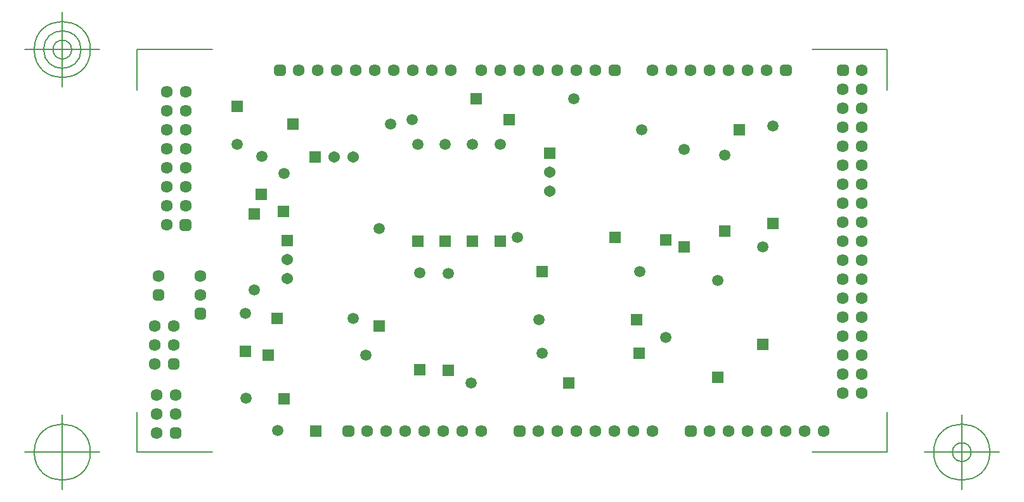
<source format=gbr>
G04 Generated by Ultiboard 14.0 *
%FSLAX34Y34*%
%MOMM*%

%ADD10C,0.0001*%
%ADD11C,0.1270*%
%ADD12C,1.6088*%
%ADD13R,0.5291X0.5291*%
%ADD14C,0.9949*%
%ADD15C,1.5000*%
%ADD16R,1.5000X1.5000*%
%ADD17C,1.5366*%
%ADD18R,1.5366X1.5366*%


G04 ColorRGB FF00CC for the following layer *
%LNSolder Mask Top*%
%LPD*%
G54D10*
G54D11*
X-2540Y-2540D02*
X-2540Y51308D01*
X-2540Y-2540D02*
X97568Y-2540D01*
X998540Y-2540D02*
X898432Y-2540D01*
X998540Y-2540D02*
X998540Y51308D01*
X998540Y535940D02*
X998540Y482092D01*
X998540Y535940D02*
X898432Y535940D01*
X-2540Y535940D02*
X97568Y535940D01*
X-2540Y535940D02*
X-2540Y482092D01*
X-52540Y-2540D02*
X-152540Y-2540D01*
X-102540Y-52540D02*
X-102540Y47460D01*
X-140040Y-2540D02*
G75*
D01*
G02X-140040Y-2540I37500J0*
G01*
X1048540Y-2540D02*
X1148540Y-2540D01*
X1098540Y-52540D02*
X1098540Y47460D01*
X1061040Y-2540D02*
G75*
D01*
G02X1061040Y-2540I37500J0*
G01*
X1086040Y-2540D02*
G75*
D01*
G02X1086040Y-2540I12500J0*
G01*
X-52540Y535940D02*
X-152540Y535940D01*
X-102540Y485940D02*
X-102540Y585940D01*
X-140040Y535940D02*
G75*
D01*
G02X-140040Y535940I37500J0*
G01*
X-127540Y535940D02*
G75*
D01*
G02X-127540Y535940I25000J0*
G01*
X-115040Y535940D02*
G75*
D01*
G02X-115040Y535940I12500J0*
G01*
G54D12*
X939800Y279654D03*
X939800Y432054D03*
X939800Y482854D03*
X939800Y457454D03*
X939800Y355854D03*
X939800Y381254D03*
X939800Y406654D03*
X939800Y305054D03*
X939800Y330454D03*
X939800Y101854D03*
X939800Y228854D03*
X939800Y254254D03*
X939800Y203454D03*
X939800Y152654D03*
X939800Y178054D03*
X939800Y127254D03*
X939800Y76454D03*
X965200Y279654D03*
X965200Y432054D03*
X965200Y508254D03*
X965200Y482854D03*
X965200Y457454D03*
X965200Y355854D03*
X965200Y381254D03*
X965200Y406654D03*
X965200Y305054D03*
X965200Y330454D03*
X965200Y101854D03*
X965200Y228854D03*
X965200Y254254D03*
X965200Y203454D03*
X965200Y152654D03*
X965200Y178054D03*
X965200Y127254D03*
X965200Y76454D03*
X264160Y508000D03*
X238760Y508000D03*
X213360Y508000D03*
X314960Y508000D03*
X289560Y508000D03*
X340360Y508000D03*
X391160Y508000D03*
X365760Y508000D03*
X416560Y508000D03*
X457200Y508000D03*
X584200Y508000D03*
X609600Y508000D03*
X558800Y508000D03*
X508000Y508000D03*
X533400Y508000D03*
X482600Y508000D03*
X685800Y508000D03*
X812800Y508000D03*
X838200Y508000D03*
X787400Y508000D03*
X736600Y508000D03*
X762000Y508000D03*
X711200Y508000D03*
X457200Y25400D03*
X330200Y25400D03*
X304800Y25400D03*
X355600Y25400D03*
X406400Y25400D03*
X381000Y25400D03*
X431800Y25400D03*
X685800Y25908D03*
X558800Y25908D03*
X533400Y25908D03*
X584200Y25908D03*
X635000Y25908D03*
X609600Y25908D03*
X660400Y25908D03*
X914400Y25400D03*
X787400Y25400D03*
X762000Y25400D03*
X812800Y25400D03*
X863600Y25400D03*
X838200Y25400D03*
X889000Y25400D03*
X25908Y233172D03*
X81534Y208026D03*
X81534Y233426D03*
X36576Y301244D03*
X61976Y402844D03*
X61976Y352044D03*
X61976Y326644D03*
X61976Y377444D03*
X61976Y479044D03*
X61976Y428244D03*
X61976Y453644D03*
X36576Y453644D03*
X36576Y377444D03*
X36576Y326644D03*
X36576Y352044D03*
X36576Y428244D03*
X36576Y402844D03*
X36576Y479044D03*
X23368Y23368D03*
X23368Y74168D03*
X48768Y74168D03*
X23368Y48768D03*
X48768Y48768D03*
X21082Y115570D03*
X21082Y166370D03*
X46482Y166370D03*
X21082Y140970D03*
X46482Y140970D03*
G54D13*
X939800Y508254D03*
X187960Y508000D03*
X635000Y508000D03*
X863600Y508000D03*
X279400Y25400D03*
X508000Y25908D03*
X736600Y25400D03*
X25908Y207772D03*
X81534Y182626D03*
X61976Y301244D03*
X48768Y23368D03*
X46482Y115570D03*
G54D14*
X937155Y505609D02*
X942445Y505609D01*
X942445Y510899D01*
X937155Y510899D01*
X937155Y505609D01*D02*
X185315Y505355D02*
X190605Y505355D01*
X190605Y510645D01*
X185315Y510645D01*
X185315Y505355D01*D02*
X632355Y505355D02*
X637645Y505355D01*
X637645Y510645D01*
X632355Y510645D01*
X632355Y505355D01*D02*
X860955Y505355D02*
X866245Y505355D01*
X866245Y510645D01*
X860955Y510645D01*
X860955Y505355D01*D02*
X276755Y22755D02*
X282045Y22755D01*
X282045Y28045D01*
X276755Y28045D01*
X276755Y22755D01*D02*
X505355Y23263D02*
X510645Y23263D01*
X510645Y28553D01*
X505355Y28553D01*
X505355Y23263D01*D02*
X733955Y22755D02*
X739245Y22755D01*
X739245Y28045D01*
X733955Y28045D01*
X733955Y22755D01*D02*
X23263Y205127D02*
X28553Y205127D01*
X28553Y210417D01*
X23263Y210417D01*
X23263Y205127D01*D02*
X78889Y179981D02*
X84179Y179981D01*
X84179Y185271D01*
X78889Y185271D01*
X78889Y179981D01*D02*
X59331Y298599D02*
X64621Y298599D01*
X64621Y303889D01*
X59331Y303889D01*
X59331Y298599D01*D02*
X46123Y20723D02*
X51413Y20723D01*
X51413Y26013D01*
X46123Y26013D01*
X46123Y20723D01*D02*
X43837Y112925D02*
X49127Y112925D01*
X49127Y118215D01*
X43837Y118215D01*
X43837Y112925D01*D02*
G54D15*
X154042Y214422D03*
X846582Y433530D03*
X782320Y394462D03*
X833120Y271986D03*
X193548Y370078D03*
X505254Y284988D03*
X481948Y409292D03*
X445288Y409292D03*
X408628Y409292D03*
X371968Y409292D03*
X703326Y150924D03*
X533956Y175006D03*
X668226Y239014D03*
X727456Y402288D03*
X772922Y227282D03*
X320320Y296296D03*
X671370Y428498D03*
X163576Y392684D03*
X130556Y408940D03*
X285750Y176530D03*
X302720Y127254D03*
X185420Y26416D03*
X142494Y69342D03*
X142240Y183388D03*
X538020Y129540D03*
X374396Y237442D03*
X413258Y236680D03*
X580476Y470470D03*
X443532Y89662D03*
X335486Y435864D03*
X364284Y442468D03*
G54D16*
X154042Y316022D03*
X846582Y303530D03*
X782320Y292862D03*
X833120Y141986D03*
X193048Y319278D03*
X635254Y284988D03*
X481948Y279292D03*
X445288Y279292D03*
X408628Y279292D03*
X371968Y279292D03*
X703326Y280924D03*
X663956Y175006D03*
X538226Y239014D03*
X727456Y272288D03*
X772922Y97282D03*
X320320Y166296D03*
X801370Y428498D03*
X163076Y341884D03*
X131056Y459740D03*
X184150Y176530D03*
X172720Y127254D03*
X236220Y25916D03*
X193294Y68842D03*
X141740Y132588D03*
X668020Y129540D03*
X374396Y107442D03*
X413258Y106680D03*
X450476Y470470D03*
X573532Y89662D03*
X205486Y435864D03*
X494284Y442468D03*
G54D17*
X198118Y229682D03*
X198118Y255082D03*
X286258Y392430D03*
X260858Y392430D03*
X548132Y346710D03*
X548132Y372110D03*
G54D18*
X198118Y280482D03*
X235458Y392430D03*
X548132Y397510D03*

M02*

</source>
